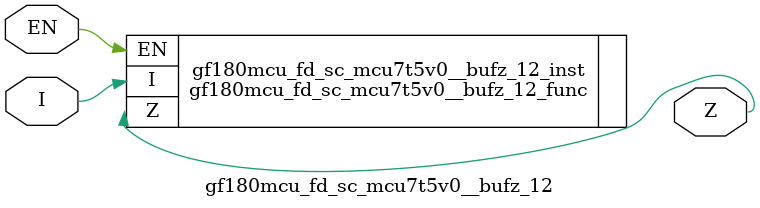
<source format=v>

module gf180mcu_fd_sc_mcu7t5v0__bufz_12( EN, I, Z );
input EN, I;
output Z;

   `ifdef FUNCTIONAL  //  functional //

	gf180mcu_fd_sc_mcu7t5v0__bufz_12_func gf180mcu_fd_sc_mcu7t5v0__bufz_12_behav_inst(.EN(EN),.I(I),.Z(Z));

   `else

	gf180mcu_fd_sc_mcu7t5v0__bufz_12_func gf180mcu_fd_sc_mcu7t5v0__bufz_12_inst(.EN(EN),.I(I),.Z(Z));

	// spec_gates_begin


	// spec_gates_end



   specify

	// specify_block_begin

	// comb arc EN --> Z
	 (EN => Z) = (1.0,1.0);

	// comb arc I --> Z
	 (I => Z) = (1.0,1.0);

	// specify_block_end

   endspecify

   `endif

endmodule

</source>
